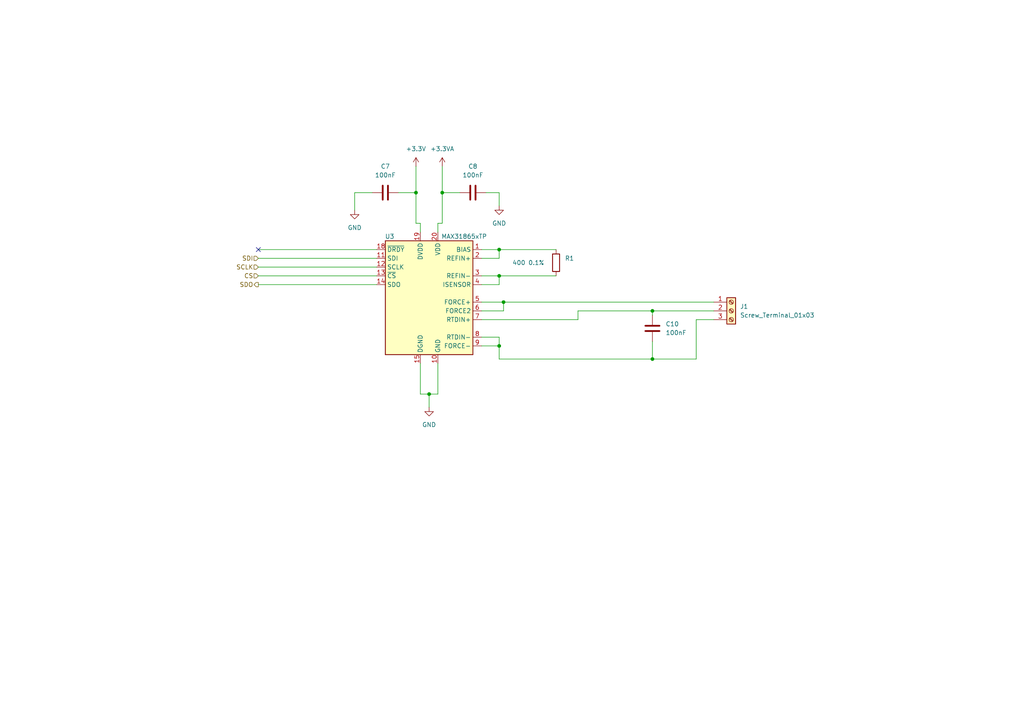
<source format=kicad_sch>
(kicad_sch (version 20211123) (generator eeschema)
  (paper "A4")
  (lib_symbols
    (symbol "Connector:Screw_Terminal_01x03" (pin_names (offset 1.016) hide)
      (property "Reference" "J" (at 0 5.08 0))
      (property "Value" "Screw_Terminal_01x03" (at 0 -5.08 0))
      (symbol "Screw_Terminal_01x03_1_1"
        (rectangle (start -1.27 3.81) (end 1.27 -3.81) (stroke (width 0.254)) (fill (type background)))
        (circle (center 0 -2.54) (radius 0.635) (stroke (width 0.1524)))
        (polyline (pts (xy -0.5334 -2.2098) (xy 0.3302 -3.048)) (stroke (width 0.1524)))
        (polyline (pts (xy -0.5334 0.3302) (xy 0.3302 -0.508)) (stroke (width 0.1524)))
        (polyline (pts (xy -0.5334 2.8702) (xy 0.3302 2.032)) (stroke (width 0.1524)))
        (polyline (pts (xy -0.3556 -2.032) (xy 0.508 -2.8702)) (stroke (width 0.1524)))
        (polyline (pts (xy -0.3556 0.508) (xy 0.508 -0.3302)) (stroke (width 0.1524)))
        (polyline (pts (xy -0.3556 3.048) (xy 0.508 2.2098)) (stroke (width 0.1524)))
        (circle (center 0 0) (radius 0.635) (stroke (width 0.1524)))
        (circle (center 0 2.54) (radius 0.635) (stroke (width 0.1524)))
        (pin passive line (at -5.08 2.54 0) (length 3.81) (name "Pin_1") (number "1"))
        (pin passive line (at -5.08 0 0) (length 3.81) (name "Pin_2") (number "2"))
        (pin passive line (at -5.08 -2.54 0) (length 3.81) (name "Pin_3") (number "3"))
      )
    )
    (symbol "Device:C" (pin_numbers hide) (pin_names (offset 0.254))
      (property "Reference" "C" (at 0.635 2.54 0))
      (property "Value" "C" (at 0.635 -2.54 0))
      (symbol "C_0_1"
        (polyline (pts (xy -2.032 -0.762) (xy 2.032 -0.762)) (stroke (width 0.508)))
        (polyline (pts (xy -2.032 0.762) (xy 2.032 0.762)) (stroke (width 0.508)))
      )
      (symbol "C_1_1"
        (pin passive line (at 0 3.81 270) (length 2.794) (name "~") (number "1"))
        (pin passive line (at 0 -3.81 90) (length 2.794) (name "~") (number "2"))
      )
    )
    (symbol "Device:R" (pin_numbers hide) (pin_names (offset 0))
      (property "Reference" "R" (at 2.032 0 90))
      (property "Value" "R" (at 0 0 90))
      (symbol "R_0_1"
        (rectangle (start -1.016 -2.54) (end 1.016 2.54) (stroke (width 0.254)))
      )
      (symbol "R_1_1"
        (pin passive line (at 0 3.81 270) (length 1.27) (name "~") (number "1"))
        (pin passive line (at 0 -3.81 90) (length 1.27) (name "~") (number "2"))
      )
    )
    (symbol "Sensor_Temperature:MAX31865xTP"
      (property "Reference" "U" (at -11.43 19.05 0))
      (property "Value" "MAX31865xTP" (at 10.16 19.05 0))
      (symbol "MAX31865xTP_0_1"
        (rectangle (start -12.7 17.78) (end 12.7 -15.24) (stroke (width 0.254)) (fill (type background)))
      )
      (symbol "MAX31865xTP_1_1"
        (pin power_out line (at 15.24 15.24 180) (length 2.54) (name "BIAS") (number "1"))
        (pin power_in line (at 2.54 -17.78 90) (length 2.54) (name "GND") (number "10"))
        (pin input line (at -15.24 12.7 0) (length 2.54) (name "SDI") (number "11"))
        (pin input line (at -15.24 10.16 0) (length 2.54) (name "SCLK") (number "12"))
        (pin input line (at -15.24 7.62 0) (length 2.54) (name "~{CS}") (number "13"))
        (pin tri_state line (at -15.24 5.08 0) (length 2.54) (name "SDO") (number "14"))
        (pin power_in line (at -2.54 -17.78 90) (length 2.54) (name "DGND") (number "15"))
        (pin passive line (at 2.54 -17.78 90) (length 2.54) hide (name "GND") (number "16"))
        (pin no_connect line (at -12.7 -2.54 0) (length 2.54) hide (name "NC") (number "17"))
        (pin output line (at -15.24 15.24 0) (length 2.54) (name "~{DRDY}") (number "18"))
        (pin power_in line (at -2.54 20.32 270) (length 2.54) (name "DVDD") (number "19"))
        (pin input line (at 15.24 12.7 180) (length 2.54) (name "REFIN+") (number "2"))
        (pin power_in line (at 2.54 20.32 270) (length 2.54) (name "VDD") (number "20"))
        (pin passive line (at 2.54 -17.78 90) (length 2.54) hide (name "GND") (number "21"))
        (pin input line (at 15.24 7.62 180) (length 2.54) (name "REFIN-") (number "3"))
        (pin passive line (at 15.24 5.08 180) (length 2.54) (name "ISENSOR") (number "4"))
        (pin passive line (at 15.24 0 180) (length 2.54) (name "FORCE+") (number "5"))
        (pin input line (at 15.24 -2.54 180) (length 2.54) (name "FORCE2") (number "6"))
        (pin input line (at 15.24 -5.08 180) (length 2.54) (name "RTDIN+") (number "7"))
        (pin input line (at 15.24 -10.16 180) (length 2.54) (name "RTDIN-") (number "8"))
        (pin power_out line (at 15.24 -12.7 180) (length 2.54) (name "FORCE-") (number "9"))
      )
    )
    (symbol "power:+3.3V" (power) (pin_names (offset 0))
      (property "Value" "+3.3V" (at 0 3.556 0))
      (symbol "+3.3V_0_1"
        (polyline (pts (xy -0.762 1.27) (xy 0 2.54)))
        (polyline (pts (xy 0 0) (xy 0 2.54)))
        (polyline (pts (xy 0 2.54) (xy 0.762 1.27)))
      )
      (symbol "+3.3V_1_1"
        (pin power_in line (at 0 0 90) (length 0) hide (name "+3.3V") (number "1"))
      )
    )
    (symbol "power:+3.3VA" (power) (pin_names (offset 0))
      (property "Value" "+3.3VA" (at 0 3.556 0))
      (symbol "+3.3VA_0_1"
        (polyline (pts (xy -0.762 1.27) (xy 0 2.54)))
        (polyline (pts (xy 0 0) (xy 0 2.54)))
        (polyline (pts (xy 0 2.54) (xy 0.762 1.27)))
      )
      (symbol "+3.3VA_1_1"
        (pin power_in line (at 0 0 90) (length 0) hide (name "+3.3VA") (number "1"))
      )
    )
    (symbol "power:GND" (power) (pin_names (offset 0))
      (property "Value" "GND" (at 0 -3.81 0))
      (symbol "GND_0_1"
        (polyline (pts (xy 0 0) (xy 0 -1.27) (xy 1.27 -1.27) (xy 0 -2.54) (xy -1.27 -1.27) (xy 0 -1.27)))
      )
      (symbol "GND_1_1"
        (pin power_in line (at 0 0 270) (length 0) hide (name "GND") (number "1"))
      )
    )
  )
  (junction (at 128.27 55.88))
  (junction (at 120.65 55.88))
  (junction (at 144.78 72.39))
  (junction (at 144.78 80.01))
  (junction (at 189.23 104.14))
  (junction (at 124.46 114.3))
  (junction (at 146.05 87.63))
  (junction (at 189.23 90.17))
  (junction (at 144.78 100.33))
  (no_connect (at 74.93 72.39))
  (wire (pts (xy 120.65 55.88) (xy 120.65 48.26)))
  (wire (pts (xy 146.05 87.63) (xy 146.05 90.17)))
  (wire (pts (xy 146.05 87.63) (xy 207.01 87.63)))
  (wire (pts (xy 189.23 104.14) (xy 201.93 104.14)))
  (wire (pts (xy 139.7 87.63) (xy 146.05 87.63)))
  (wire (pts (xy 144.78 74.93) (xy 144.78 72.39)))
  (wire (pts (xy 74.93 74.93) (xy 109.22 74.93)))
  (wire (pts (xy 167.64 90.17) (xy 189.23 90.17)))
  (wire (pts (xy 139.7 74.93) (xy 144.78 74.93)))
  (wire (pts (xy 124.46 114.3) (xy 124.46 118.11)))
  (wire (pts (xy 121.92 114.3) (xy 124.46 114.3)))
  (wire (pts (xy 201.93 92.71) (xy 207.01 92.71)))
  (wire (pts (xy 128.27 48.26) (xy 128.27 55.88)))
  (wire (pts (xy 167.64 92.71) (xy 167.64 90.17)))
  (wire (pts (xy 74.93 77.47) (xy 109.22 77.47)))
  (wire (pts (xy 144.78 55.88) (xy 144.78 59.69)))
  (wire (pts (xy 128.27 55.88) (xy 128.27 64.77)))
  (wire (pts (xy 144.78 80.01) (xy 144.78 82.55)))
  (wire (pts (xy 121.92 64.77) (xy 120.65 64.77)))
  (wire (pts (xy 139.7 90.17) (xy 146.05 90.17)))
  (wire (pts (xy 139.7 92.71) (xy 167.64 92.71)))
  (wire (pts (xy 144.78 72.39) (xy 139.7 72.39)))
  (wire (pts (xy 107.95 55.88) (xy 102.87 55.88)))
  (wire (pts (xy 127 105.41) (xy 127 114.3)))
  (wire (pts (xy 144.78 72.39) (xy 161.29 72.39)))
  (wire (pts (xy 144.78 100.33) (xy 144.78 104.14)))
  (wire (pts (xy 74.93 80.01) (xy 109.22 80.01)))
  (wire (pts (xy 139.7 97.79) (xy 144.78 97.79)))
  (wire (pts (xy 189.23 90.17) (xy 207.01 90.17)))
  (wire (pts (xy 121.92 67.31) (xy 121.92 64.77)))
  (wire (pts (xy 201.93 104.14) (xy 201.93 92.71)))
  (wire (pts (xy 120.65 55.88) (xy 120.65 64.77)))
  (wire (pts (xy 189.23 90.17) (xy 189.23 91.44)))
  (wire (pts (xy 144.78 97.79) (xy 144.78 100.33)))
  (wire (pts (xy 189.23 99.06) (xy 189.23 104.14)))
  (wire (pts (xy 121.92 105.41) (xy 121.92 114.3)))
  (wire (pts (xy 139.7 100.33) (xy 144.78 100.33)))
  (wire (pts (xy 115.57 55.88) (xy 120.65 55.88)))
  (wire (pts (xy 144.78 80.01) (xy 161.29 80.01)))
  (wire (pts (xy 139.7 80.01) (xy 144.78 80.01)))
  (wire (pts (xy 127 64.77) (xy 128.27 64.77)))
  (wire (pts (xy 140.97 55.88) (xy 144.78 55.88)))
  (wire (pts (xy 74.93 72.39) (xy 109.22 72.39)))
  (wire (pts (xy 128.27 55.88) (xy 133.35 55.88)))
  (wire (pts (xy 144.78 104.14) (xy 189.23 104.14)))
  (wire (pts (xy 127 114.3) (xy 124.46 114.3)))
  (wire (pts (xy 127 67.31) (xy 127 64.77)))
  (wire (pts (xy 74.93 82.55) (xy 109.22 82.55)))
  (wire (pts (xy 139.7 82.55) (xy 144.78 82.55)))
  (wire (pts (xy 102.87 55.88) (xy 102.87 60.96)))
  (hierarchical_label "SCLK" (shape input) (at 74.93 77.47 180))
  (hierarchical_label "SDO" (shape output) (at 74.93 82.55 180))
  (hierarchical_label "SDI" (shape input) (at 74.93 74.93 180))
  (hierarchical_label "CS" (shape input) (at 74.93 80.01 180))
  (symbol (lib_id "Sensor_Temperature:MAX31865xTP") (at 124.46 87.63 0) (unit 1)
    (property "Reference" "U3" (at 113.03 68.58 0))
    (property "Value" "MAX31865xTP" (at 134.62 68.58 0))
    (property "Footprint" "Package_DFN_QFN:TQFN-20-1EP_5x5mm_P0.65mm_EP3.25x3.25mm" (effects hide))
    (property "Datasheet" "https://datasheets.maximintegrated.com/en/ds/MAX31865.pdf" (effects hide))
  )
  (symbol (lib_id "Device:C") (at 111.76 55.88 90) (unit 1)
    (property "Reference" "C7" (at 111.76 48.26 90))
    (property "Value" "100nF" (at 111.76 50.8 90))
    (property "Footprint" "Capacitor_SMD:C_0805_2012Metric_Pad1.18x1.45mm_HandSolder" (effects hide))
  )
  (symbol (lib_id "power:GND") (at 144.78 59.69 0) (unit 1)
    (property "Reference" "#PWR021" (effects hide))
    (property "Value" "GND" (at 144.78 64.77 0))
  )
  (symbol (lib_id "Device:R") (at 161.29 76.2 0) (unit 1)
    (property "Reference" "R1" (at 163.83 74.9299 0) (effects (justify left)))
    (property "Value" "400 0.1%" (at 148.59 76.2 0) (effects (justify left)))
    (property "Footprint" "Resistor_SMD:R_0805_2012Metric_Pad1.20x1.40mm_HandSolder" (effects hide))
  )
  (symbol (lib_id "power:+3.3VA") (at 128.27 48.26 0) (unit 1)
    (property "Reference" "#PWR019" (effects hide))
    (property "Value" "+3.3VA" (at 128.27 43.18 0))
  )
  (symbol (lib_id "Connector:Screw_Terminal_01x03") (at 212.09 90.17 0) (unit 1)
    (property "Reference" "J1" (at 214.63 88.8999 0) (effects (justify left)))
    (property "Value" "Screw_Terminal_01x03" (at 214.63 91.4399 0) (effects (justify left)))
    (property "Footprint" "TerminalBlock_Phoenix:TerminalBlock_Phoenix_MPT-0,5-3-2.54_1x03_P2.54mm_Horizontal" (effects hide))
  )
  (symbol (lib_id "power:+3.3V") (at 120.65 48.26 0) (unit 1)
    (property "Reference" "#PWR017" (effects hide))
    (property "Value" "+3.3V" (at 120.65 43.18 0))
  )
  (symbol (lib_id "power:GND") (at 124.46 118.11 0) (unit 1)
    (property "Reference" "#PWR018" (effects hide))
    (property "Value" "GND" (at 124.46 123.19 0))
  )
  (symbol (lib_id "Device:C") (at 137.16 55.88 90) (unit 1)
    (property "Reference" "C8" (at 137.16 48.26 90))
    (property "Value" "100nF" (at 137.16 50.8 90))
    (property "Footprint" "Capacitor_SMD:C_0805_2012Metric_Pad1.18x1.45mm_HandSolder" (effects hide))
  )
  (symbol (lib_id "power:GND") (at 102.87 60.96 0) (unit 1)
    (property "Reference" "#PWR016" (effects hide))
    (property "Value" "GND" (at 102.87 66.04 0))
  )
  (symbol (lib_id "Device:C") (at 189.23 95.25 180) (unit 1)
    (property "Reference" "C10" (at 193.04 93.9799 0) (effects (justify right)))
    (property "Value" "100nF" (at 193.04 96.5199 0) (effects (justify right)))
    (property "Footprint" "Capacitor_SMD:C_0805_2012Metric_Pad1.18x1.45mm_HandSolder" (effects hide))
  )
)
</source>
